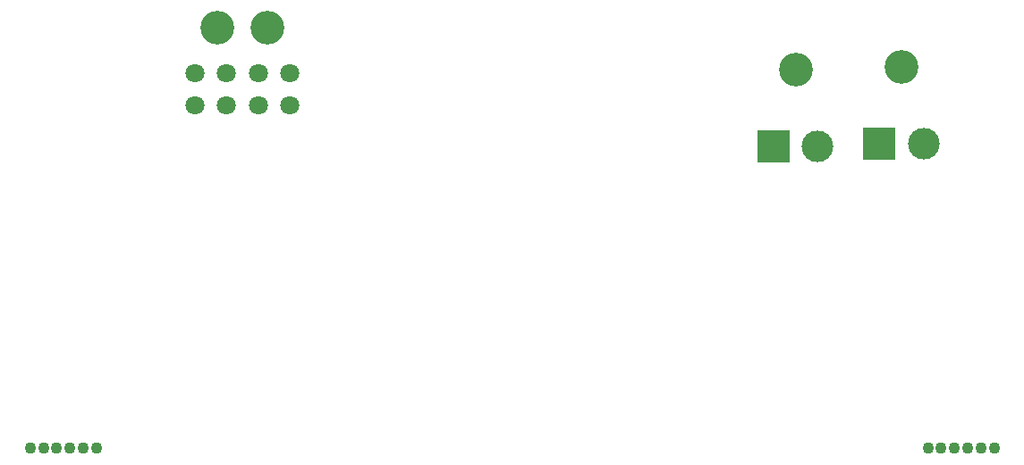
<source format=gbs>
%FSLAX46Y46*%
%MOMM*%
%AMPS11*
1,1,3.000000,0.000000,0.000000*
%
%ADD11PS11*%
%AMPS13*
1,1,1.100000,0.000000,0.000000*
%
%ADD13PS13*%
%AMPS14*
1,1,1.800000,0.000000,0.000000*
%
%ADD14PS14*%
%AMPS15*
1,1,1.800000,0.000000,0.000000*
%
%ADD15PS15*%
%AMPS16*
1,1,3.200000,0.000000,0.000000*
%
%ADD16PS16*%
%AMPS10*
1,1,3.200000,0.000000,0.000000*
%
%ADD10PS10*%
%AMPS12*
21,1,3.000000,3.000000,0.000000,0.000000,180.000000*
%
%ADD12PS12*%
G01*
G01*
%LPD*%
G75*
D10*
X90359375Y42121853D03*
D11*
X92459375Y34821853D03*
D12*
X88259375Y34821853D03*
D13*
X12900000Y5950000D03*
D13*
X9150000Y5950000D03*
D13*
X10400000Y5950000D03*
D13*
X11650000Y5950000D03*
D13*
X7900000Y5950000D03*
D13*
X14150000Y5950000D03*
D14*
X26500000Y38500000D03*
D15*
X26500000Y41500000D03*
D16*
X30350000Y45820000D03*
D15*
X32500000Y41500000D03*
D14*
X23500000Y38500000D03*
D15*
X29500000Y41500000D03*
D15*
X23500000Y41500000D03*
D14*
X29500000Y38500000D03*
D14*
X32500000Y38500000D03*
D16*
X25650000Y45820000D03*
D13*
X97900000Y5950000D03*
D13*
X94150000Y5950000D03*
D13*
X95400000Y5950000D03*
D13*
X96650000Y5950000D03*
D13*
X92900000Y5950000D03*
D13*
X99150000Y5950000D03*
D10*
X80359375Y41871853D03*
D11*
X82459375Y34571853D03*
D12*
X78259375Y34571853D03*
M02*

</source>
